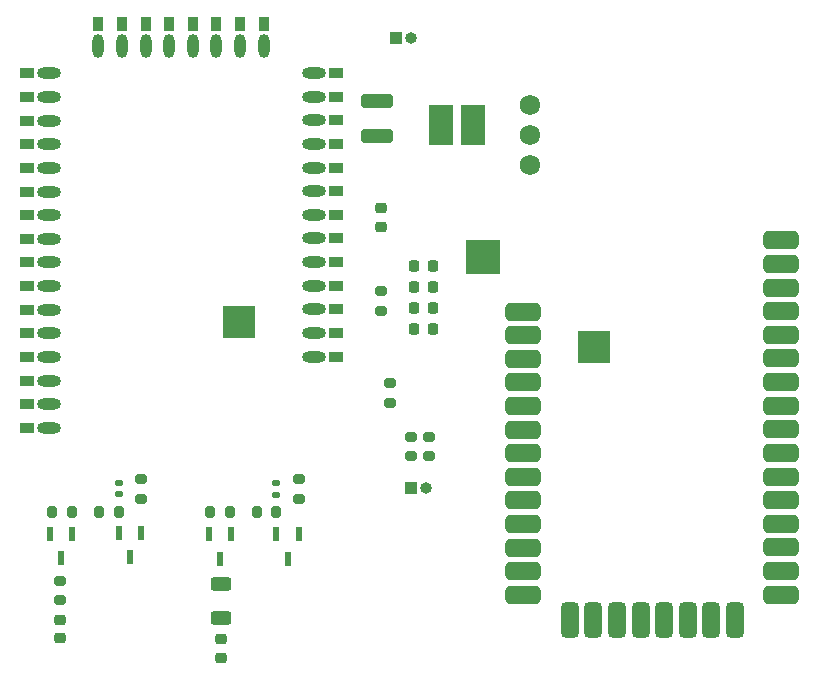
<source format=gbr>
%TF.GenerationSoftware,KiCad,Pcbnew,7.0.6*%
%TF.CreationDate,2024-03-24T21:23:19-04:00*%
%TF.ProjectId,Radio Module,52616469-6f20-44d6-9f64-756c652e6b69,rev?*%
%TF.SameCoordinates,Original*%
%TF.FileFunction,Soldermask,Top*%
%TF.FilePolarity,Negative*%
%FSLAX46Y46*%
G04 Gerber Fmt 4.6, Leading zero omitted, Abs format (unit mm)*
G04 Created by KiCad (PCBNEW 7.0.6) date 2024-03-24 21:23:19*
%MOMM*%
%LPD*%
G01*
G04 APERTURE LIST*
G04 Aperture macros list*
%AMRoundRect*
0 Rectangle with rounded corners*
0 $1 Rounding radius*
0 $2 $3 $4 $5 $6 $7 $8 $9 X,Y pos of 4 corners*
0 Add a 4 corners polygon primitive as box body*
4,1,4,$2,$3,$4,$5,$6,$7,$8,$9,$2,$3,0*
0 Add four circle primitives for the rounded corners*
1,1,$1+$1,$2,$3*
1,1,$1+$1,$4,$5*
1,1,$1+$1,$6,$7*
1,1,$1+$1,$8,$9*
0 Add four rect primitives between the rounded corners*
20,1,$1+$1,$2,$3,$4,$5,0*
20,1,$1+$1,$4,$5,$6,$7,0*
20,1,$1+$1,$6,$7,$8,$9,0*
20,1,$1+$1,$8,$9,$2,$3,0*%
G04 Aperture macros list end*
%ADD10R,0.600000X1.250000*%
%ADD11RoundRect,0.218750X-0.256250X0.218750X-0.256250X-0.218750X0.256250X-0.218750X0.256250X0.218750X0*%
%ADD12RoundRect,0.200000X0.275000X-0.200000X0.275000X0.200000X-0.275000X0.200000X-0.275000X-0.200000X0*%
%ADD13R,1.000000X1.000000*%
%ADD14O,1.000000X1.000000*%
%ADD15RoundRect,0.200000X-0.200000X-0.275000X0.200000X-0.275000X0.200000X0.275000X-0.200000X0.275000X0*%
%ADD16R,2.000000X3.500000*%
%ADD17RoundRect,0.225000X0.225000X0.250000X-0.225000X0.250000X-0.225000X-0.250000X0.225000X-0.250000X0*%
%ADD18RoundRect,0.218750X0.256250X-0.218750X0.256250X0.218750X-0.256250X0.218750X-0.256250X-0.218750X0*%
%ADD19RoundRect,0.140000X0.170000X-0.140000X0.170000X0.140000X-0.170000X0.140000X-0.170000X-0.140000X0*%
%ADD20RoundRect,0.200000X-0.275000X0.200000X-0.275000X-0.200000X0.275000X-0.200000X0.275000X0.200000X0*%
%ADD21RoundRect,0.250000X0.625000X-0.312500X0.625000X0.312500X-0.625000X0.312500X-0.625000X-0.312500X0*%
%ADD22RoundRect,0.200000X0.200000X0.275000X-0.200000X0.275000X-0.200000X-0.275000X0.200000X-0.275000X0*%
%ADD23RoundRect,0.250000X-1.100000X0.325000X-1.100000X-0.325000X1.100000X-0.325000X1.100000X0.325000X0*%
%ADD24R,3.000000X3.000000*%
%ADD25RoundRect,0.380000X-1.120000X-0.380000X1.120000X-0.380000X1.120000X0.380000X-1.120000X0.380000X0*%
%ADD26RoundRect,0.380000X0.380000X-1.120000X0.380000X1.120000X-0.380000X1.120000X-0.380000X-1.120000X0*%
%ADD27RoundRect,0.100000X-1.295000X-1.295000X1.295000X-1.295000X1.295000X1.295000X-1.295000X1.295000X0*%
%ADD28O,2.000000X0.950000*%
%ADD29O,0.950000X2.000000*%
%ADD30R,1.300000X0.900000*%
%ADD31R,0.900000X1.300000*%
%ADD32RoundRect,0.100000X1.295000X1.295000X-1.295000X1.295000X-1.295000X-1.295000X1.295000X-1.295000X0*%
%ADD33C,1.725000*%
G04 APERTURE END LIST*
D10*
%TO.C,IC7*%
X138684000Y-99661000D03*
X136774000Y-99661000D03*
X137729000Y-101761000D03*
%TD*%
D11*
%TO.C,D1*%
X164846000Y-72110500D03*
X164846000Y-73685500D03*
%TD*%
D12*
%TO.C,R12*%
X137668000Y-105282000D03*
X137668000Y-103632000D03*
%TD*%
D10*
%TO.C,IC6*%
X144526000Y-99568000D03*
X142616000Y-99568000D03*
X143571000Y-101668000D03*
%TD*%
D13*
%TO.C,J3*%
X167386000Y-95758000D03*
D14*
X168656000Y-95758000D03*
%TD*%
D15*
%TO.C,R7*%
X150369000Y-97790000D03*
X152019000Y-97790000D03*
%TD*%
D16*
%TO.C,L1*%
X169893000Y-65024000D03*
X172593000Y-65024000D03*
%TD*%
D17*
%TO.C,C4*%
X169177000Y-78740000D03*
X167627000Y-78740000D03*
%TD*%
D12*
%TO.C,R2*%
X167366000Y-93090000D03*
X167366000Y-91440000D03*
%TD*%
D18*
%TO.C,D2*%
X151257000Y-110160000D03*
X151257000Y-108585000D03*
%TD*%
D19*
%TO.C,C6*%
X155956000Y-96365000D03*
X155956000Y-95405000D03*
%TD*%
D17*
%TO.C,C5*%
X169177000Y-76962000D03*
X167627000Y-76962000D03*
%TD*%
D10*
%TO.C,IC4*%
X157861000Y-99695000D03*
X155951000Y-99695000D03*
X156906000Y-101795000D03*
%TD*%
D17*
%TO.C,C3*%
X169177000Y-80518000D03*
X167627000Y-80518000D03*
%TD*%
D20*
%TO.C,R10*%
X144526000Y-95060000D03*
X144526000Y-96710000D03*
%TD*%
D18*
%TO.C,D3*%
X137668000Y-108509000D03*
X137668000Y-106934000D03*
%TD*%
D13*
%TO.C,J4*%
X166116000Y-57658000D03*
D14*
X167386000Y-57658000D03*
%TD*%
D15*
%TO.C,R11*%
X136970000Y-97790000D03*
X138620000Y-97790000D03*
%TD*%
D17*
%TO.C,C2*%
X169177000Y-82296000D03*
X167627000Y-82296000D03*
%TD*%
D21*
%TO.C,R8*%
X151257000Y-106811000D03*
X151257000Y-103886000D03*
%TD*%
D22*
%TO.C,R9*%
X142620000Y-97790000D03*
X140970000Y-97790000D03*
%TD*%
%TO.C,R6*%
X155956000Y-97790000D03*
X154306000Y-97790000D03*
%TD*%
D20*
%TO.C,R3*%
X164846000Y-79121000D03*
X164846000Y-80771000D03*
%TD*%
D23*
%TO.C,C1*%
X164465000Y-63041000D03*
X164465000Y-65991000D03*
%TD*%
D20*
%TO.C,R4*%
X165608000Y-86932000D03*
X165608000Y-88582000D03*
%TD*%
D24*
%TO.C,TP1*%
X173482000Y-76200000D03*
%TD*%
D25*
%TO.C,IC1*%
X176825000Y-80853000D03*
X176825000Y-82853000D03*
X176825000Y-84853000D03*
X176825000Y-86853000D03*
X176825000Y-88853000D03*
X176825000Y-90853000D03*
X176825000Y-92853000D03*
X176825000Y-94853000D03*
X176825000Y-96853000D03*
X176825000Y-98853000D03*
X176825000Y-100853000D03*
X176825000Y-102853000D03*
X176825000Y-104853000D03*
D26*
X180785000Y-106933000D03*
X182785000Y-106933000D03*
X184785000Y-106933000D03*
X186785000Y-106933000D03*
X188785000Y-106933000D03*
X190785000Y-106933000D03*
X192785000Y-106933000D03*
X194785000Y-106933000D03*
D25*
X198685000Y-104823000D03*
X198685000Y-102823000D03*
X198685000Y-100823000D03*
X198685000Y-98823000D03*
X198685000Y-96823000D03*
X198685000Y-94823000D03*
X198685000Y-92823000D03*
X198685000Y-90823000D03*
X198685000Y-88823000D03*
X198685000Y-86823000D03*
X198685000Y-84823000D03*
X198685000Y-82823000D03*
X198685000Y-80823000D03*
X198685000Y-78823000D03*
X198685000Y-76823000D03*
X198685000Y-74823000D03*
D27*
X182880000Y-83818000D03*
%TD*%
D10*
%TO.C,IC5*%
X152146000Y-99695000D03*
X150236000Y-99695000D03*
X151191000Y-101795000D03*
%TD*%
D28*
%TO.C,IC3*%
X159145000Y-84667000D03*
X159145000Y-82667000D03*
X159145000Y-80667000D03*
X159145000Y-78667000D03*
X159145000Y-76667000D03*
X159145000Y-74667000D03*
X159145000Y-72667000D03*
X159145000Y-70667000D03*
X159145000Y-68667000D03*
X159145000Y-66667000D03*
X159145000Y-64667000D03*
X159145000Y-62667000D03*
X159145000Y-60667000D03*
D29*
X154875000Y-58357000D03*
X152875000Y-58357000D03*
X150875000Y-58357000D03*
X148875000Y-58357000D03*
X146875000Y-58357000D03*
X144875000Y-58357000D03*
X142875000Y-58357000D03*
X140875000Y-58357000D03*
D28*
X136705000Y-90697000D03*
X136705000Y-88697000D03*
X136705000Y-86697000D03*
X136705000Y-84697000D03*
X136705000Y-82697000D03*
X136705000Y-80697000D03*
X136705000Y-78697000D03*
X136705000Y-76697000D03*
X136705000Y-74697000D03*
X136705000Y-72697000D03*
X136705000Y-70697000D03*
X136705000Y-68697000D03*
X136705000Y-66697000D03*
X136705000Y-64697000D03*
X136705000Y-62697000D03*
X136705000Y-60697000D03*
D30*
X160995000Y-84667000D03*
X160995000Y-82667000D03*
X160995000Y-80667000D03*
X160995000Y-78667000D03*
X160995000Y-76667000D03*
X160995000Y-74667000D03*
X160995000Y-72667000D03*
X160995000Y-70667000D03*
X160995000Y-68667000D03*
X160995000Y-66667000D03*
X160995000Y-64667000D03*
X160995000Y-62667000D03*
X160995000Y-60667000D03*
D31*
X154875000Y-56507000D03*
X152875000Y-56507000D03*
X150875000Y-56507000D03*
X148875000Y-56507000D03*
X146875000Y-56507000D03*
X144875000Y-56507000D03*
X142875000Y-56507000D03*
X140875000Y-56507000D03*
D30*
X134855000Y-60697000D03*
X134855000Y-62697000D03*
X134855000Y-64697000D03*
X134855000Y-66697000D03*
X134855000Y-68697000D03*
X134855000Y-70697000D03*
X134855000Y-72697000D03*
X134855000Y-74697000D03*
X134855000Y-76697000D03*
X134855000Y-78697000D03*
X134855000Y-80697000D03*
X134855000Y-82697000D03*
X134855000Y-84697000D03*
X134855000Y-86697000D03*
X134855000Y-88697000D03*
X134855000Y-90697000D03*
D32*
X152780000Y-81702000D03*
%TD*%
D33*
%TO.C,PS1*%
X177419000Y-63373000D03*
X177419000Y-65913000D03*
X177419000Y-68453000D03*
%TD*%
D12*
%TO.C,R1*%
X168910000Y-93090000D03*
X168910000Y-91440000D03*
%TD*%
D20*
%TO.C,R5*%
X157861000Y-95060000D03*
X157861000Y-96710000D03*
%TD*%
D19*
%TO.C,C7*%
X142621000Y-96337000D03*
X142621000Y-95377000D03*
%TD*%
M02*

</source>
